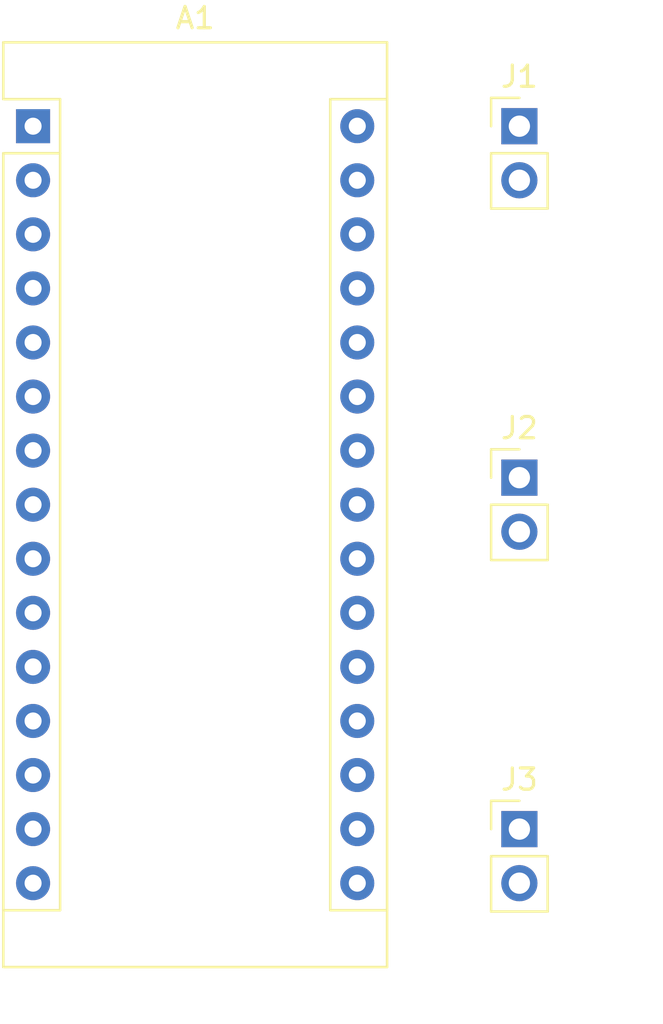
<source format=kicad_pcb>
(kicad_pcb (version 20171130) (host pcbnew "(5.1.0)-1")

  (general
    (thickness 1.6)
    (drawings 0)
    (tracks 0)
    (zones 0)
    (modules 4)
    (nets 31)
  )

  (page A4)
  (layers
    (0 F.Cu signal)
    (31 B.Cu signal)
    (32 B.Adhes user)
    (33 F.Adhes user)
    (34 B.Paste user)
    (35 F.Paste user)
    (36 B.SilkS user)
    (37 F.SilkS user)
    (38 B.Mask user)
    (39 F.Mask user)
    (40 Dwgs.User user)
    (41 Cmts.User user)
    (42 Eco1.User user)
    (43 Eco2.User user)
    (44 Edge.Cuts user)
    (45 Margin user)
    (46 B.CrtYd user)
    (47 F.CrtYd user)
    (48 B.Fab user)
    (49 F.Fab user)
  )

  (setup
    (last_trace_width 0.25)
    (trace_clearance 0.2)
    (zone_clearance 0.508)
    (zone_45_only no)
    (trace_min 0.2)
    (via_size 0.8)
    (via_drill 0.4)
    (via_min_size 0.4)
    (via_min_drill 0.3)
    (uvia_size 0.3)
    (uvia_drill 0.1)
    (uvias_allowed no)
    (uvia_min_size 0.2)
    (uvia_min_drill 0.1)
    (edge_width 0.05)
    (segment_width 0.2)
    (pcb_text_width 0.3)
    (pcb_text_size 1.5 1.5)
    (mod_edge_width 0.12)
    (mod_text_size 1 1)
    (mod_text_width 0.15)
    (pad_size 1.524 1.524)
    (pad_drill 0.762)
    (pad_to_mask_clearance 0.051)
    (solder_mask_min_width 0.25)
    (aux_axis_origin 0 0)
    (visible_elements FFFFFF7F)
    (pcbplotparams
      (layerselection 0x010fc_ffffffff)
      (usegerberextensions false)
      (usegerberattributes false)
      (usegerberadvancedattributes false)
      (creategerberjobfile false)
      (excludeedgelayer true)
      (linewidth 0.100000)
      (plotframeref false)
      (viasonmask false)
      (mode 1)
      (useauxorigin false)
      (hpglpennumber 1)
      (hpglpenspeed 20)
      (hpglpendiameter 15.000000)
      (psnegative false)
      (psa4output false)
      (plotreference true)
      (plotvalue true)
      (plotinvisibletext false)
      (padsonsilk false)
      (subtractmaskfromsilk false)
      (outputformat 1)
      (mirror false)
      (drillshape 1)
      (scaleselection 1)
      (outputdirectory ""))
  )

  (net 0 "")
  (net 1 "Net-(A1-Pad16)")
  (net 2 "Net-(A1-Pad15)")
  (net 3 "Net-(A1-Pad30)")
  (net 4 "Net-(A1-Pad14)")
  (net 5 "Net-(A1-Pad29)")
  (net 6 "Net-(A1-Pad13)")
  (net 7 "Net-(A1-Pad28)")
  (net 8 "Net-(A1-Pad12)")
  (net 9 "Net-(A1-Pad27)")
  (net 10 "Net-(A1-Pad11)")
  (net 11 "Net-(A1-Pad26)")
  (net 12 "Net-(A1-Pad10)")
  (net 13 "Net-(A1-Pad25)")
  (net 14 "Net-(A1-Pad9)")
  (net 15 "Net-(A1-Pad24)")
  (net 16 "Net-(A1-Pad8)")
  (net 17 "Net-(A1-Pad23)")
  (net 18 "Net-(A1-Pad7)")
  (net 19 "Net-(A1-Pad22)")
  (net 20 "Net-(A1-Pad6)")
  (net 21 "Net-(A1-Pad21)")
  (net 22 "Net-(A1-Pad5)")
  (net 23 "Net-(A1-Pad20)")
  (net 24 "Net-(A1-Pad4)")
  (net 25 "Net-(A1-Pad19)")
  (net 26 "Net-(A1-Pad3)")
  (net 27 "Net-(A1-Pad18)")
  (net 28 "Net-(A1-Pad2)")
  (net 29 "Net-(A1-Pad17)")
  (net 30 "Net-(A1-Pad1)")

  (net_class Default "This is the default net class."
    (clearance 0.2)
    (trace_width 0.25)
    (via_dia 0.8)
    (via_drill 0.4)
    (uvia_dia 0.3)
    (uvia_drill 0.1)
    (add_net "Net-(A1-Pad1)")
    (add_net "Net-(A1-Pad10)")
    (add_net "Net-(A1-Pad11)")
    (add_net "Net-(A1-Pad12)")
    (add_net "Net-(A1-Pad13)")
    (add_net "Net-(A1-Pad14)")
    (add_net "Net-(A1-Pad15)")
    (add_net "Net-(A1-Pad16)")
    (add_net "Net-(A1-Pad17)")
    (add_net "Net-(A1-Pad18)")
    (add_net "Net-(A1-Pad19)")
    (add_net "Net-(A1-Pad2)")
    (add_net "Net-(A1-Pad20)")
    (add_net "Net-(A1-Pad21)")
    (add_net "Net-(A1-Pad22)")
    (add_net "Net-(A1-Pad23)")
    (add_net "Net-(A1-Pad24)")
    (add_net "Net-(A1-Pad25)")
    (add_net "Net-(A1-Pad26)")
    (add_net "Net-(A1-Pad27)")
    (add_net "Net-(A1-Pad28)")
    (add_net "Net-(A1-Pad29)")
    (add_net "Net-(A1-Pad3)")
    (add_net "Net-(A1-Pad30)")
    (add_net "Net-(A1-Pad4)")
    (add_net "Net-(A1-Pad5)")
    (add_net "Net-(A1-Pad6)")
    (add_net "Net-(A1-Pad7)")
    (add_net "Net-(A1-Pad8)")
    (add_net "Net-(A1-Pad9)")
  )

  (module Connector_PinHeader_2.54mm:PinHeader_1x02_P2.54mm_Vertical (layer F.Cu) (tedit 59FED5CC) (tstamp 5CB6C08D)
    (at 60.96 74.93)
    (descr "Through hole straight pin header, 1x02, 2.54mm pitch, single row")
    (tags "Through hole pin header THT 1x02 2.54mm single row")
    (path /5CB81E08)
    (fp_text reference J3 (at 0 -2.33) (layer F.SilkS)
      (effects (font (size 1 1) (thickness 0.15)))
    )
    (fp_text value Conn_01x02_Male (at 0 4.87) (layer F.Fab)
      (effects (font (size 1 1) (thickness 0.15)))
    )
    (fp_text user %R (at 0 1.27 90) (layer F.Fab)
      (effects (font (size 1 1) (thickness 0.15)))
    )
    (fp_line (start 1.8 -1.8) (end -1.8 -1.8) (layer F.CrtYd) (width 0.05))
    (fp_line (start 1.8 4.35) (end 1.8 -1.8) (layer F.CrtYd) (width 0.05))
    (fp_line (start -1.8 4.35) (end 1.8 4.35) (layer F.CrtYd) (width 0.05))
    (fp_line (start -1.8 -1.8) (end -1.8 4.35) (layer F.CrtYd) (width 0.05))
    (fp_line (start -1.33 -1.33) (end 0 -1.33) (layer F.SilkS) (width 0.12))
    (fp_line (start -1.33 0) (end -1.33 -1.33) (layer F.SilkS) (width 0.12))
    (fp_line (start -1.33 1.27) (end 1.33 1.27) (layer F.SilkS) (width 0.12))
    (fp_line (start 1.33 1.27) (end 1.33 3.87) (layer F.SilkS) (width 0.12))
    (fp_line (start -1.33 1.27) (end -1.33 3.87) (layer F.SilkS) (width 0.12))
    (fp_line (start -1.33 3.87) (end 1.33 3.87) (layer F.SilkS) (width 0.12))
    (fp_line (start -1.27 -0.635) (end -0.635 -1.27) (layer F.Fab) (width 0.1))
    (fp_line (start -1.27 3.81) (end -1.27 -0.635) (layer F.Fab) (width 0.1))
    (fp_line (start 1.27 3.81) (end -1.27 3.81) (layer F.Fab) (width 0.1))
    (fp_line (start 1.27 -1.27) (end 1.27 3.81) (layer F.Fab) (width 0.1))
    (fp_line (start -0.635 -1.27) (end 1.27 -1.27) (layer F.Fab) (width 0.1))
    (pad 2 thru_hole oval (at 0 2.54) (size 1.7 1.7) (drill 1) (layers *.Cu *.Mask)
      (net 15 "Net-(A1-Pad24)"))
    (pad 1 thru_hole rect (at 0 0) (size 1.7 1.7) (drill 1) (layers *.Cu *.Mask)
      (net 17 "Net-(A1-Pad23)"))
    (model ${KISYS3DMOD}/Connector_PinHeader_2.54mm.3dshapes/PinHeader_1x02_P2.54mm_Vertical.wrl
      (at (xyz 0 0 0))
      (scale (xyz 1 1 1))
      (rotate (xyz 0 0 0))
    )
  )

  (module Connector_PinHeader_2.54mm:PinHeader_1x02_P2.54mm_Vertical (layer F.Cu) (tedit 59FED5CC) (tstamp 5CB6C077)
    (at 60.96 58.42)
    (descr "Through hole straight pin header, 1x02, 2.54mm pitch, single row")
    (tags "Through hole pin header THT 1x02 2.54mm single row")
    (path /5CB8152E)
    (fp_text reference J2 (at 0 -2.33) (layer F.SilkS)
      (effects (font (size 1 1) (thickness 0.15)))
    )
    (fp_text value Conn_01x02_Male (at 0 4.87) (layer F.Fab)
      (effects (font (size 1 1) (thickness 0.15)))
    )
    (fp_text user %R (at 0 1.27 90) (layer F.Fab)
      (effects (font (size 1 1) (thickness 0.15)))
    )
    (fp_line (start 1.8 -1.8) (end -1.8 -1.8) (layer F.CrtYd) (width 0.05))
    (fp_line (start 1.8 4.35) (end 1.8 -1.8) (layer F.CrtYd) (width 0.05))
    (fp_line (start -1.8 4.35) (end 1.8 4.35) (layer F.CrtYd) (width 0.05))
    (fp_line (start -1.8 -1.8) (end -1.8 4.35) (layer F.CrtYd) (width 0.05))
    (fp_line (start -1.33 -1.33) (end 0 -1.33) (layer F.SilkS) (width 0.12))
    (fp_line (start -1.33 0) (end -1.33 -1.33) (layer F.SilkS) (width 0.12))
    (fp_line (start -1.33 1.27) (end 1.33 1.27) (layer F.SilkS) (width 0.12))
    (fp_line (start 1.33 1.27) (end 1.33 3.87) (layer F.SilkS) (width 0.12))
    (fp_line (start -1.33 1.27) (end -1.33 3.87) (layer F.SilkS) (width 0.12))
    (fp_line (start -1.33 3.87) (end 1.33 3.87) (layer F.SilkS) (width 0.12))
    (fp_line (start -1.27 -0.635) (end -0.635 -1.27) (layer F.Fab) (width 0.1))
    (fp_line (start -1.27 3.81) (end -1.27 -0.635) (layer F.Fab) (width 0.1))
    (fp_line (start 1.27 3.81) (end -1.27 3.81) (layer F.Fab) (width 0.1))
    (fp_line (start 1.27 -1.27) (end 1.27 3.81) (layer F.Fab) (width 0.1))
    (fp_line (start -0.635 -1.27) (end 1.27 -1.27) (layer F.Fab) (width 0.1))
    (pad 2 thru_hole oval (at 0 2.54) (size 1.7 1.7) (drill 1) (layers *.Cu *.Mask)
      (net 15 "Net-(A1-Pad24)"))
    (pad 1 thru_hole rect (at 0 0) (size 1.7 1.7) (drill 1) (layers *.Cu *.Mask)
      (net 17 "Net-(A1-Pad23)"))
    (model ${KISYS3DMOD}/Connector_PinHeader_2.54mm.3dshapes/PinHeader_1x02_P2.54mm_Vertical.wrl
      (at (xyz 0 0 0))
      (scale (xyz 1 1 1))
      (rotate (xyz 0 0 0))
    )
  )

  (module Connector_PinHeader_2.54mm:PinHeader_1x02_P2.54mm_Vertical (layer F.Cu) (tedit 59FED5CC) (tstamp 5CB6C061)
    (at 60.96 41.91)
    (descr "Through hole straight pin header, 1x02, 2.54mm pitch, single row")
    (tags "Through hole pin header THT 1x02 2.54mm single row")
    (path /5CB80ED2)
    (fp_text reference J1 (at 0 -2.33) (layer F.SilkS)
      (effects (font (size 1 1) (thickness 0.15)))
    )
    (fp_text value Conn_01x02_Male (at 0 4.87) (layer F.Fab)
      (effects (font (size 1 1) (thickness 0.15)))
    )
    (fp_text user %R (at 0 1.27 90) (layer F.Fab)
      (effects (font (size 1 1) (thickness 0.15)))
    )
    (fp_line (start 1.8 -1.8) (end -1.8 -1.8) (layer F.CrtYd) (width 0.05))
    (fp_line (start 1.8 4.35) (end 1.8 -1.8) (layer F.CrtYd) (width 0.05))
    (fp_line (start -1.8 4.35) (end 1.8 4.35) (layer F.CrtYd) (width 0.05))
    (fp_line (start -1.8 -1.8) (end -1.8 4.35) (layer F.CrtYd) (width 0.05))
    (fp_line (start -1.33 -1.33) (end 0 -1.33) (layer F.SilkS) (width 0.12))
    (fp_line (start -1.33 0) (end -1.33 -1.33) (layer F.SilkS) (width 0.12))
    (fp_line (start -1.33 1.27) (end 1.33 1.27) (layer F.SilkS) (width 0.12))
    (fp_line (start 1.33 1.27) (end 1.33 3.87) (layer F.SilkS) (width 0.12))
    (fp_line (start -1.33 1.27) (end -1.33 3.87) (layer F.SilkS) (width 0.12))
    (fp_line (start -1.33 3.87) (end 1.33 3.87) (layer F.SilkS) (width 0.12))
    (fp_line (start -1.27 -0.635) (end -0.635 -1.27) (layer F.Fab) (width 0.1))
    (fp_line (start -1.27 3.81) (end -1.27 -0.635) (layer F.Fab) (width 0.1))
    (fp_line (start 1.27 3.81) (end -1.27 3.81) (layer F.Fab) (width 0.1))
    (fp_line (start 1.27 -1.27) (end 1.27 3.81) (layer F.Fab) (width 0.1))
    (fp_line (start -0.635 -1.27) (end 1.27 -1.27) (layer F.Fab) (width 0.1))
    (pad 2 thru_hole oval (at 0 2.54) (size 1.7 1.7) (drill 1) (layers *.Cu *.Mask)
      (net 15 "Net-(A1-Pad24)"))
    (pad 1 thru_hole rect (at 0 0) (size 1.7 1.7) (drill 1) (layers *.Cu *.Mask)
      (net 17 "Net-(A1-Pad23)"))
    (model ${KISYS3DMOD}/Connector_PinHeader_2.54mm.3dshapes/PinHeader_1x02_P2.54mm_Vertical.wrl
      (at (xyz 0 0 0))
      (scale (xyz 1 1 1))
      (rotate (xyz 0 0 0))
    )
  )

  (module Module:Arduino_Nano (layer F.Cu) (tedit 58ACAF70) (tstamp 5CB6C04B)
    (at 38.1 41.91)
    (descr "Arduino Nano, http://www.mouser.com/pdfdocs/Gravitech_Arduino_Nano3_0.pdf")
    (tags "Arduino Nano")
    (path /5CB66320)
    (fp_text reference A1 (at 7.62 -5.08) (layer F.SilkS)
      (effects (font (size 1 1) (thickness 0.15)))
    )
    (fp_text value Arduino_Nano_v3.x (at 8.89 19.05 90) (layer F.Fab)
      (effects (font (size 1 1) (thickness 0.15)))
    )
    (fp_line (start 16.75 42.16) (end -1.53 42.16) (layer F.CrtYd) (width 0.05))
    (fp_line (start 16.75 42.16) (end 16.75 -4.06) (layer F.CrtYd) (width 0.05))
    (fp_line (start -1.53 -4.06) (end -1.53 42.16) (layer F.CrtYd) (width 0.05))
    (fp_line (start -1.53 -4.06) (end 16.75 -4.06) (layer F.CrtYd) (width 0.05))
    (fp_line (start 16.51 -3.81) (end 16.51 39.37) (layer F.Fab) (width 0.1))
    (fp_line (start 0 -3.81) (end 16.51 -3.81) (layer F.Fab) (width 0.1))
    (fp_line (start -1.27 -2.54) (end 0 -3.81) (layer F.Fab) (width 0.1))
    (fp_line (start -1.27 39.37) (end -1.27 -2.54) (layer F.Fab) (width 0.1))
    (fp_line (start 16.51 39.37) (end -1.27 39.37) (layer F.Fab) (width 0.1))
    (fp_line (start 16.64 -3.94) (end -1.4 -3.94) (layer F.SilkS) (width 0.12))
    (fp_line (start 16.64 39.5) (end 16.64 -3.94) (layer F.SilkS) (width 0.12))
    (fp_line (start -1.4 39.5) (end 16.64 39.5) (layer F.SilkS) (width 0.12))
    (fp_line (start 3.81 41.91) (end 3.81 31.75) (layer F.Fab) (width 0.1))
    (fp_line (start 11.43 41.91) (end 3.81 41.91) (layer F.Fab) (width 0.1))
    (fp_line (start 11.43 31.75) (end 11.43 41.91) (layer F.Fab) (width 0.1))
    (fp_line (start 3.81 31.75) (end 11.43 31.75) (layer F.Fab) (width 0.1))
    (fp_line (start 1.27 36.83) (end -1.4 36.83) (layer F.SilkS) (width 0.12))
    (fp_line (start 1.27 1.27) (end 1.27 36.83) (layer F.SilkS) (width 0.12))
    (fp_line (start 1.27 1.27) (end -1.4 1.27) (layer F.SilkS) (width 0.12))
    (fp_line (start 13.97 36.83) (end 16.64 36.83) (layer F.SilkS) (width 0.12))
    (fp_line (start 13.97 -1.27) (end 13.97 36.83) (layer F.SilkS) (width 0.12))
    (fp_line (start 13.97 -1.27) (end 16.64 -1.27) (layer F.SilkS) (width 0.12))
    (fp_line (start -1.4 -3.94) (end -1.4 -1.27) (layer F.SilkS) (width 0.12))
    (fp_line (start -1.4 1.27) (end -1.4 39.5) (layer F.SilkS) (width 0.12))
    (fp_line (start 1.27 -1.27) (end -1.4 -1.27) (layer F.SilkS) (width 0.12))
    (fp_line (start 1.27 1.27) (end 1.27 -1.27) (layer F.SilkS) (width 0.12))
    (fp_text user %R (at 6.35 19.05 90) (layer F.Fab)
      (effects (font (size 1 1) (thickness 0.15)))
    )
    (pad 16 thru_hole oval (at 15.24 35.56) (size 1.6 1.6) (drill 0.8) (layers *.Cu *.Mask)
      (net 1 "Net-(A1-Pad16)"))
    (pad 15 thru_hole oval (at 0 35.56) (size 1.6 1.6) (drill 0.8) (layers *.Cu *.Mask)
      (net 2 "Net-(A1-Pad15)"))
    (pad 30 thru_hole oval (at 15.24 0) (size 1.6 1.6) (drill 0.8) (layers *.Cu *.Mask)
      (net 3 "Net-(A1-Pad30)"))
    (pad 14 thru_hole oval (at 0 33.02) (size 1.6 1.6) (drill 0.8) (layers *.Cu *.Mask)
      (net 4 "Net-(A1-Pad14)"))
    (pad 29 thru_hole oval (at 15.24 2.54) (size 1.6 1.6) (drill 0.8) (layers *.Cu *.Mask)
      (net 5 "Net-(A1-Pad29)"))
    (pad 13 thru_hole oval (at 0 30.48) (size 1.6 1.6) (drill 0.8) (layers *.Cu *.Mask)
      (net 6 "Net-(A1-Pad13)"))
    (pad 28 thru_hole oval (at 15.24 5.08) (size 1.6 1.6) (drill 0.8) (layers *.Cu *.Mask)
      (net 7 "Net-(A1-Pad28)"))
    (pad 12 thru_hole oval (at 0 27.94) (size 1.6 1.6) (drill 0.8) (layers *.Cu *.Mask)
      (net 8 "Net-(A1-Pad12)"))
    (pad 27 thru_hole oval (at 15.24 7.62) (size 1.6 1.6) (drill 0.8) (layers *.Cu *.Mask)
      (net 9 "Net-(A1-Pad27)"))
    (pad 11 thru_hole oval (at 0 25.4) (size 1.6 1.6) (drill 0.8) (layers *.Cu *.Mask)
      (net 10 "Net-(A1-Pad11)"))
    (pad 26 thru_hole oval (at 15.24 10.16) (size 1.6 1.6) (drill 0.8) (layers *.Cu *.Mask)
      (net 11 "Net-(A1-Pad26)"))
    (pad 10 thru_hole oval (at 0 22.86) (size 1.6 1.6) (drill 0.8) (layers *.Cu *.Mask)
      (net 12 "Net-(A1-Pad10)"))
    (pad 25 thru_hole oval (at 15.24 12.7) (size 1.6 1.6) (drill 0.8) (layers *.Cu *.Mask)
      (net 13 "Net-(A1-Pad25)"))
    (pad 9 thru_hole oval (at 0 20.32) (size 1.6 1.6) (drill 0.8) (layers *.Cu *.Mask)
      (net 14 "Net-(A1-Pad9)"))
    (pad 24 thru_hole oval (at 15.24 15.24) (size 1.6 1.6) (drill 0.8) (layers *.Cu *.Mask)
      (net 15 "Net-(A1-Pad24)"))
    (pad 8 thru_hole oval (at 0 17.78) (size 1.6 1.6) (drill 0.8) (layers *.Cu *.Mask)
      (net 16 "Net-(A1-Pad8)"))
    (pad 23 thru_hole oval (at 15.24 17.78) (size 1.6 1.6) (drill 0.8) (layers *.Cu *.Mask)
      (net 17 "Net-(A1-Pad23)"))
    (pad 7 thru_hole oval (at 0 15.24) (size 1.6 1.6) (drill 0.8) (layers *.Cu *.Mask)
      (net 18 "Net-(A1-Pad7)"))
    (pad 22 thru_hole oval (at 15.24 20.32) (size 1.6 1.6) (drill 0.8) (layers *.Cu *.Mask)
      (net 19 "Net-(A1-Pad22)"))
    (pad 6 thru_hole oval (at 0 12.7) (size 1.6 1.6) (drill 0.8) (layers *.Cu *.Mask)
      (net 20 "Net-(A1-Pad6)"))
    (pad 21 thru_hole oval (at 15.24 22.86) (size 1.6 1.6) (drill 0.8) (layers *.Cu *.Mask)
      (net 21 "Net-(A1-Pad21)"))
    (pad 5 thru_hole oval (at 0 10.16) (size 1.6 1.6) (drill 0.8) (layers *.Cu *.Mask)
      (net 22 "Net-(A1-Pad5)"))
    (pad 20 thru_hole oval (at 15.24 25.4) (size 1.6 1.6) (drill 0.8) (layers *.Cu *.Mask)
      (net 23 "Net-(A1-Pad20)"))
    (pad 4 thru_hole oval (at 0 7.62) (size 1.6 1.6) (drill 0.8) (layers *.Cu *.Mask)
      (net 24 "Net-(A1-Pad4)"))
    (pad 19 thru_hole oval (at 15.24 27.94) (size 1.6 1.6) (drill 0.8) (layers *.Cu *.Mask)
      (net 25 "Net-(A1-Pad19)"))
    (pad 3 thru_hole oval (at 0 5.08) (size 1.6 1.6) (drill 0.8) (layers *.Cu *.Mask)
      (net 26 "Net-(A1-Pad3)"))
    (pad 18 thru_hole oval (at 15.24 30.48) (size 1.6 1.6) (drill 0.8) (layers *.Cu *.Mask)
      (net 27 "Net-(A1-Pad18)"))
    (pad 2 thru_hole oval (at 0 2.54) (size 1.6 1.6) (drill 0.8) (layers *.Cu *.Mask)
      (net 28 "Net-(A1-Pad2)"))
    (pad 17 thru_hole oval (at 15.24 33.02) (size 1.6 1.6) (drill 0.8) (layers *.Cu *.Mask)
      (net 29 "Net-(A1-Pad17)"))
    (pad 1 thru_hole rect (at 0 0) (size 1.6 1.6) (drill 0.8) (layers *.Cu *.Mask)
      (net 30 "Net-(A1-Pad1)"))
    (model ${KISYS3DMOD}/Module.3dshapes/Arduino_Nano_WithMountingHoles.wrl
      (at (xyz 0 0 0))
      (scale (xyz 1 1 1))
      (rotate (xyz 0 0 0))
    )
  )

)

</source>
